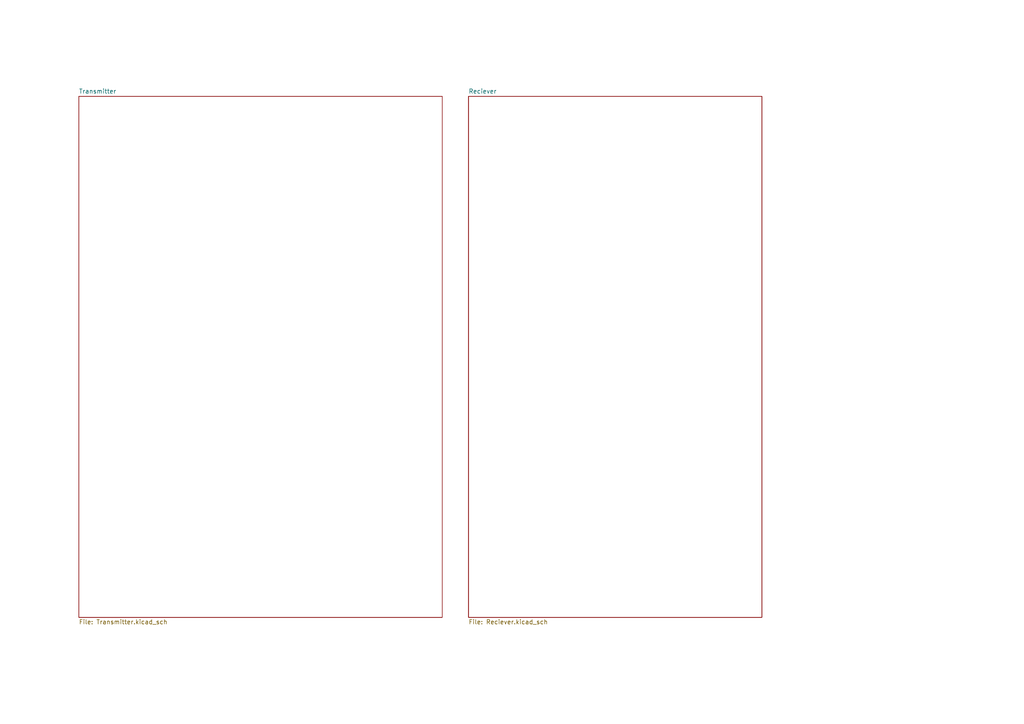
<source format=kicad_sch>
(kicad_sch
	(version 20250114)
	(generator "eeschema")
	(generator_version "9.0")
	(uuid "1187d58b-5bff-4ac8-89f7-59cd1d310934")
	(paper "A4")
	(lib_symbols)
	(sheet
		(at 135.89 27.94)
		(size 85.09 151.13)
		(exclude_from_sim no)
		(in_bom yes)
		(on_board yes)
		(dnp no)
		(fields_autoplaced yes)
		(stroke
			(width 0.1524)
			(type solid)
		)
		(fill
			(color 0 0 0 0.0000)
		)
		(uuid "23e3ffa2-9d23-4864-a9b4-ed445dbced9e")
		(property "Sheetname" "Reciever"
			(at 135.89 27.2284 0)
			(effects
				(font
					(size 1.27 1.27)
				)
				(justify left bottom)
			)
		)
		(property "Sheetfile" "Reciever.kicad_sch"
			(at 135.89 179.6546 0)
			(effects
				(font
					(size 1.27 1.27)
				)
				(justify left top)
			)
		)
		(instances
			(project "AmplifierCircuit"
				(path "/1187d58b-5bff-4ac8-89f7-59cd1d310934"
					(page "3")
				)
			)
		)
	)
	(sheet
		(at 22.86 27.94)
		(size 105.41 151.13)
		(exclude_from_sim no)
		(in_bom yes)
		(on_board yes)
		(dnp no)
		(fields_autoplaced yes)
		(stroke
			(width 0.1524)
			(type solid)
		)
		(fill
			(color 0 0 0 0.0000)
		)
		(uuid "5958d90b-b390-4fdf-a917-7468261062da")
		(property "Sheetname" "Transmitter"
			(at 22.86 27.2284 0)
			(effects
				(font
					(size 1.27 1.27)
				)
				(justify left bottom)
			)
		)
		(property "Sheetfile" "Transmitter.kicad_sch"
			(at 22.86 179.6546 0)
			(effects
				(font
					(size 1.27 1.27)
				)
				(justify left top)
			)
		)
		(instances
			(project "AmplifierCircuit"
				(path "/1187d58b-5bff-4ac8-89f7-59cd1d310934"
					(page "2")
				)
			)
		)
	)
	(sheet_instances
		(path "/"
			(page "1")
		)
	)
	(embedded_fonts no)
)

</source>
